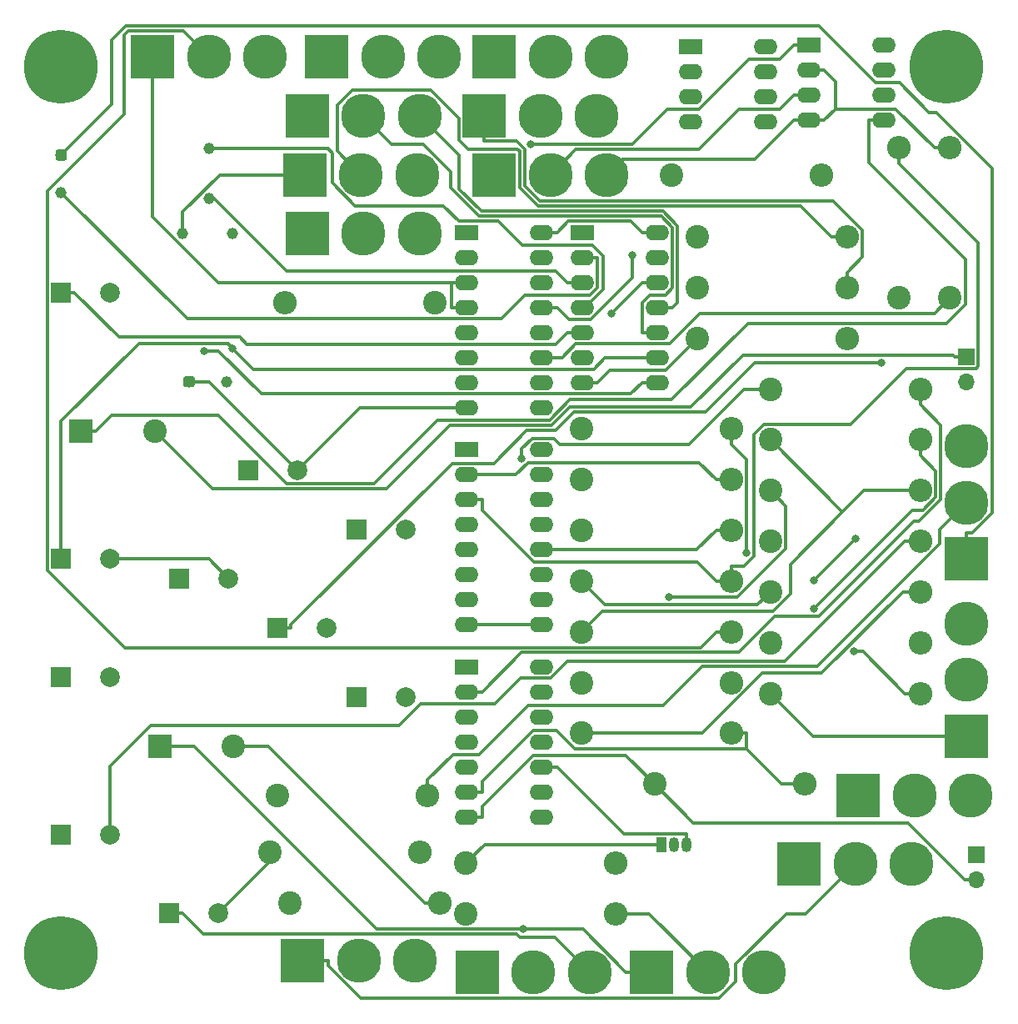
<source format=gbr>
G04 #@! TF.GenerationSoftware,KiCad,Pcbnew,(5.1.4)-1*
G04 #@! TF.CreationDate,2021-03-27T03:15:38-04:00*
G04 #@! TF.ProjectId,cmos rungler,636d6f73-2072-4756-9e67-6c65722e6b69,rev?*
G04 #@! TF.SameCoordinates,Original*
G04 #@! TF.FileFunction,Copper,L1,Top*
G04 #@! TF.FilePolarity,Positive*
%FSLAX46Y46*%
G04 Gerber Fmt 4.6, Leading zero omitted, Abs format (unit mm)*
G04 Created by KiCad (PCBNEW (5.1.4)-1) date 2021-03-27 03:15:38*
%MOMM*%
%LPD*%
G04 APERTURE LIST*
%ADD10C,7.500000*%
%ADD11O,2.400000X1.600000*%
%ADD12R,2.400000X1.600000*%
%ADD13C,1.150000*%
%ADD14C,0.100000*%
%ADD15C,4.500880*%
%ADD16R,4.500880X4.500880*%
%ADD17O,2.400000X2.400000*%
%ADD18C,2.400000*%
%ADD19R,1.050000X1.500000*%
%ADD20O,1.050000X1.500000*%
%ADD21O,1.700000X1.700000*%
%ADD22R,1.700000X1.700000*%
%ADD23C,2.000000*%
%ADD24R,2.000000X2.000000*%
%ADD25R,2.400000X2.400000*%
%ADD26C,0.800000*%
%ADD27C,0.300000*%
G04 APERTURE END LIST*
D10*
X102000000Y-138000000D03*
X192000000Y-138000000D03*
X192000000Y-48000000D03*
X102000000Y-48000000D03*
D11*
X185620000Y-45864800D03*
X178000000Y-53484800D03*
X185620000Y-48404800D03*
X178000000Y-50944800D03*
X185620000Y-50944800D03*
X178000000Y-48404800D03*
X185620000Y-53484800D03*
D12*
X178000000Y-45864800D03*
D13*
X102000000Y-60800000D03*
X117000000Y-61440000D03*
X117000000Y-56360000D03*
D14*
G36*
X102315680Y-56426384D02*
G01*
X102343588Y-56430524D01*
X102370957Y-56437380D01*
X102397521Y-56446885D01*
X102423027Y-56458948D01*
X102447226Y-56473452D01*
X102469888Y-56490259D01*
X102490793Y-56509207D01*
X102509741Y-56530112D01*
X102526548Y-56552774D01*
X102541052Y-56576973D01*
X102553115Y-56602479D01*
X102562620Y-56629043D01*
X102569476Y-56656412D01*
X102573616Y-56684320D01*
X102575000Y-56712500D01*
X102575000Y-57287500D01*
X102573616Y-57315680D01*
X102569476Y-57343588D01*
X102562620Y-57370957D01*
X102553115Y-57397521D01*
X102541052Y-57423027D01*
X102526548Y-57447226D01*
X102509741Y-57469888D01*
X102490793Y-57490793D01*
X102469888Y-57509741D01*
X102447226Y-57526548D01*
X102423027Y-57541052D01*
X102397521Y-57553115D01*
X102370957Y-57562620D01*
X102343588Y-57569476D01*
X102315680Y-57573616D01*
X102287500Y-57575000D01*
X101712500Y-57575000D01*
X101684320Y-57573616D01*
X101656412Y-57569476D01*
X101629043Y-57562620D01*
X101602479Y-57553115D01*
X101576973Y-57541052D01*
X101552774Y-57526548D01*
X101530112Y-57509741D01*
X101509207Y-57490793D01*
X101490259Y-57469888D01*
X101473452Y-57447226D01*
X101458948Y-57423027D01*
X101446885Y-57397521D01*
X101437380Y-57370957D01*
X101430524Y-57343588D01*
X101426384Y-57315680D01*
X101425000Y-57287500D01*
X101425000Y-56712500D01*
X101426384Y-56684320D01*
X101430524Y-56656412D01*
X101437380Y-56629043D01*
X101446885Y-56602479D01*
X101458948Y-56576973D01*
X101473452Y-56552774D01*
X101490259Y-56530112D01*
X101509207Y-56509207D01*
X101530112Y-56490259D01*
X101552774Y-56473452D01*
X101576973Y-56458948D01*
X101602479Y-56446885D01*
X101629043Y-56437380D01*
X101656412Y-56430524D01*
X101684320Y-56426384D01*
X101712500Y-56425000D01*
X102287500Y-56425000D01*
X102315680Y-56426384D01*
X102315680Y-56426384D01*
G37*
D13*
X102000000Y-57000000D03*
D11*
X162592000Y-64864800D03*
X154972000Y-80104800D03*
X162592000Y-67404800D03*
X154972000Y-77564800D03*
X162592000Y-69944800D03*
X154972000Y-75024800D03*
X162592000Y-72484800D03*
X154972000Y-72484800D03*
X162592000Y-75024800D03*
X154972000Y-69944800D03*
X162592000Y-77564800D03*
X154972000Y-67404800D03*
X162592000Y-80104800D03*
D12*
X154972000Y-64864800D03*
D13*
X118800000Y-80000000D03*
X119440000Y-65000000D03*
X114360000Y-65000000D03*
D14*
G36*
X115315680Y-79426384D02*
G01*
X115343588Y-79430524D01*
X115370957Y-79437380D01*
X115397521Y-79446885D01*
X115423027Y-79458948D01*
X115447226Y-79473452D01*
X115469888Y-79490259D01*
X115490793Y-79509207D01*
X115509741Y-79530112D01*
X115526548Y-79552774D01*
X115541052Y-79576973D01*
X115553115Y-79602479D01*
X115562620Y-79629043D01*
X115569476Y-79656412D01*
X115573616Y-79684320D01*
X115575000Y-79712500D01*
X115575000Y-80287500D01*
X115573616Y-80315680D01*
X115569476Y-80343588D01*
X115562620Y-80370957D01*
X115553115Y-80397521D01*
X115541052Y-80423027D01*
X115526548Y-80447226D01*
X115509741Y-80469888D01*
X115490793Y-80490793D01*
X115469888Y-80509741D01*
X115447226Y-80526548D01*
X115423027Y-80541052D01*
X115397521Y-80553115D01*
X115370957Y-80562620D01*
X115343588Y-80569476D01*
X115315680Y-80573616D01*
X115287500Y-80575000D01*
X114712500Y-80575000D01*
X114684320Y-80573616D01*
X114656412Y-80569476D01*
X114629043Y-80562620D01*
X114602479Y-80553115D01*
X114576973Y-80541052D01*
X114552774Y-80526548D01*
X114530112Y-80509741D01*
X114509207Y-80490793D01*
X114490259Y-80469888D01*
X114473452Y-80447226D01*
X114458948Y-80423027D01*
X114446885Y-80397521D01*
X114437380Y-80370957D01*
X114430524Y-80343588D01*
X114426384Y-80315680D01*
X114425000Y-80287500D01*
X114425000Y-79712500D01*
X114426384Y-79684320D01*
X114430524Y-79656412D01*
X114437380Y-79629043D01*
X114446885Y-79602479D01*
X114458948Y-79576973D01*
X114473452Y-79552774D01*
X114490259Y-79530112D01*
X114509207Y-79509207D01*
X114530112Y-79490259D01*
X114552774Y-79473452D01*
X114576973Y-79458948D01*
X114602479Y-79446885D01*
X114629043Y-79437380D01*
X114656412Y-79430524D01*
X114684320Y-79426384D01*
X114712500Y-79425000D01*
X115287500Y-79425000D01*
X115315680Y-79426384D01*
X115315680Y-79426384D01*
G37*
D13*
X115000000Y-80000000D03*
D11*
X150842000Y-64864800D03*
X143222000Y-82644800D03*
X150842000Y-67404800D03*
X143222000Y-80104800D03*
X150842000Y-69944800D03*
X143222000Y-77564800D03*
X150842000Y-72484800D03*
X143222000Y-75024800D03*
X150842000Y-75024800D03*
X143222000Y-72484800D03*
X150842000Y-77564800D03*
X143222000Y-69944800D03*
X150842000Y-80104800D03*
X143222000Y-67404800D03*
X150842000Y-82644800D03*
D12*
X143222000Y-64864800D03*
D11*
X150842000Y-86914800D03*
X143222000Y-104694800D03*
X150842000Y-89454800D03*
X143222000Y-102154800D03*
X150842000Y-91994800D03*
X143222000Y-99614800D03*
X150842000Y-94534800D03*
X143222000Y-97074800D03*
X150842000Y-97074800D03*
X143222000Y-94534800D03*
X150842000Y-99614800D03*
X143222000Y-91994800D03*
X150842000Y-102154800D03*
X143222000Y-89454800D03*
X150842000Y-104694800D03*
D12*
X143222000Y-86914800D03*
D11*
X173620000Y-46000000D03*
X166000000Y-53620000D03*
X173620000Y-48540000D03*
X166000000Y-51080000D03*
X173620000Y-51080000D03*
X166000000Y-48540000D03*
X173620000Y-53620000D03*
D12*
X166000000Y-46000000D03*
D11*
X150842000Y-108965000D03*
X143222000Y-124205000D03*
X150842000Y-111505000D03*
X143222000Y-121665000D03*
X150842000Y-114045000D03*
X143222000Y-119125000D03*
X150842000Y-116585000D03*
X143222000Y-116585000D03*
X150842000Y-119125000D03*
X143222000Y-114045000D03*
X150842000Y-121665000D03*
X143222000Y-111505000D03*
X150842000Y-124205000D03*
D12*
X143222000Y-108965000D03*
D15*
X138430000Y-65000000D03*
X132715000Y-65000000D03*
D16*
X127000000Y-65000000D03*
D15*
X156430000Y-53000000D03*
X150715000Y-53000000D03*
D16*
X145000000Y-53000000D03*
D15*
X194000000Y-104570000D03*
X194000000Y-110285000D03*
D16*
X194000000Y-116000000D03*
D15*
X157430000Y-47000000D03*
X151715000Y-47000000D03*
D16*
X146000000Y-47000000D03*
D15*
X157430000Y-59000000D03*
X151715000Y-59000000D03*
D16*
X146000000Y-59000000D03*
D15*
X173430000Y-140000000D03*
X167715000Y-140000000D03*
D16*
X162000000Y-140000000D03*
D15*
X194000000Y-86570000D03*
X194000000Y-92285000D03*
D16*
X194000000Y-98000000D03*
D15*
X138172000Y-59000000D03*
X132457000Y-59000000D03*
D16*
X126742000Y-59000000D03*
D15*
X137982000Y-138765000D03*
X132267000Y-138765000D03*
D16*
X126552000Y-138765000D03*
D15*
X194430000Y-122000000D03*
X188715000Y-122000000D03*
D16*
X183000000Y-122000000D03*
D15*
X122715000Y-47000000D03*
X117000000Y-47000000D03*
D16*
X111285000Y-47000000D03*
D15*
X140430000Y-47000000D03*
X134715000Y-47000000D03*
D16*
X129000000Y-47000000D03*
D15*
X188430000Y-129000000D03*
X182715000Y-129000000D03*
D16*
X177000000Y-129000000D03*
D15*
X155715000Y-140000000D03*
X150000000Y-140000000D03*
D16*
X144285000Y-140000000D03*
D15*
X138430000Y-53000000D03*
X132715000Y-53000000D03*
D16*
X127000000Y-53000000D03*
D17*
X124760000Y-72000000D03*
D18*
X140000000Y-72000000D03*
D17*
X189302000Y-111665000D03*
D18*
X174062000Y-111665000D03*
D17*
X189302000Y-96214800D03*
D18*
X174062000Y-96214800D03*
D17*
X189302000Y-91064800D03*
D18*
X174062000Y-91064800D03*
D17*
X170112000Y-110565000D03*
D18*
X154872000Y-110565000D03*
D17*
X158362000Y-134065000D03*
D18*
X143122000Y-134065000D03*
D17*
X139240000Y-122000000D03*
D18*
X124000000Y-122000000D03*
D17*
X170112000Y-105415000D03*
D18*
X154872000Y-105415000D03*
D17*
X181862000Y-65314800D03*
D18*
X166622000Y-65314800D03*
D17*
X189302000Y-85914800D03*
D18*
X174062000Y-85914800D03*
D17*
X179240000Y-59000000D03*
D18*
X164000000Y-59000000D03*
D17*
X189302000Y-106515000D03*
D18*
X174062000Y-106515000D03*
D17*
X140492000Y-132915000D03*
D18*
X125252000Y-132915000D03*
D17*
X177552000Y-120865000D03*
D18*
X162312000Y-120865000D03*
D17*
X138492000Y-127765000D03*
D18*
X123252000Y-127765000D03*
D17*
X189302000Y-101365000D03*
D18*
X174062000Y-101365000D03*
D17*
X170112000Y-115715000D03*
D18*
X154872000Y-115715000D03*
D17*
X170112000Y-100265000D03*
D18*
X154872000Y-100265000D03*
D17*
X170112000Y-95114800D03*
D18*
X154872000Y-95114800D03*
D17*
X170112000Y-89964800D03*
D18*
X154872000Y-89964800D03*
D17*
X192318000Y-56263800D03*
D18*
X192318000Y-71503800D03*
D17*
X189302000Y-80764800D03*
D18*
X174062000Y-80764800D03*
D17*
X181862000Y-75614800D03*
D18*
X166622000Y-75614800D03*
D17*
X187168000Y-56263800D03*
D18*
X187168000Y-71503800D03*
D17*
X158362000Y-128915000D03*
D18*
X143122000Y-128915000D03*
D17*
X170112000Y-84814800D03*
D18*
X154872000Y-84814800D03*
D17*
X181862000Y-70464800D03*
D18*
X166622000Y-70464800D03*
D19*
X163000000Y-127000000D03*
D20*
X165540000Y-127000000D03*
X164270000Y-127000000D03*
D21*
X194000000Y-80000000D03*
D22*
X194000000Y-77460000D03*
D21*
X195000000Y-130540000D03*
D22*
X195000000Y-128000000D03*
D23*
X107000000Y-98000000D03*
D24*
X102000000Y-98000000D03*
D23*
X107000000Y-71000000D03*
D24*
X102000000Y-71000000D03*
D23*
X126000000Y-89000000D03*
D24*
X121000000Y-89000000D03*
D23*
X118000000Y-134000000D03*
D24*
X113000000Y-134000000D03*
D23*
X137000000Y-95000000D03*
D24*
X132000000Y-95000000D03*
D23*
X107000000Y-126000000D03*
D24*
X102000000Y-126000000D03*
D23*
X129000000Y-105000000D03*
D24*
X124000000Y-105000000D03*
D23*
X107000000Y-110000000D03*
D24*
X102000000Y-110000000D03*
D23*
X137000000Y-112000000D03*
D24*
X132000000Y-112000000D03*
D18*
X111500000Y-85000000D03*
D25*
X104000000Y-85000000D03*
D23*
X119000000Y-100000000D03*
D24*
X114000000Y-100000000D03*
D18*
X119500000Y-117000000D03*
D25*
X112000000Y-117000000D03*
D26*
X148991300Y-135615400D03*
X185403600Y-78060100D03*
X119440000Y-76605200D03*
X182738300Y-95910800D03*
X178462900Y-100186200D03*
X171629900Y-97420700D03*
X148827700Y-87800300D03*
X178531600Y-103039700D03*
X157893900Y-73125100D03*
X163783100Y-101872800D03*
X182585800Y-107382400D03*
X149739900Y-55898900D03*
X116509800Y-76888100D03*
X160040900Y-67178800D03*
D27*
X140492000Y-132915000D02*
X138941700Y-132915000D01*
X119500000Y-117000000D02*
X123026700Y-117000000D01*
X123026700Y-117000000D02*
X138941700Y-132915000D01*
X148991300Y-135615400D02*
X134089100Y-135615400D01*
X134089100Y-135615400D02*
X115473700Y-117000000D01*
X115473700Y-117000000D02*
X112000000Y-117000000D01*
X159399300Y-140000000D02*
X155014700Y-135615400D01*
X155014700Y-135615400D02*
X148991300Y-135615400D01*
X162000000Y-140000000D02*
X159399300Y-140000000D01*
X178000000Y-53484800D02*
X176449700Y-53484800D01*
X157430000Y-59000000D02*
X159014000Y-57416000D01*
X159014000Y-57416000D02*
X172518500Y-57416000D01*
X172518500Y-57416000D02*
X176449700Y-53484800D01*
X150842000Y-119125000D02*
X152392300Y-119125000D01*
X165540000Y-127000000D02*
X165540000Y-125899700D01*
X152392300Y-119125000D02*
X159167000Y-125899700D01*
X159167000Y-125899700D02*
X165540000Y-125899700D01*
X180716600Y-52318500D02*
X186822400Y-52318500D01*
X186822400Y-52318500D02*
X190767700Y-56263800D01*
X179550300Y-53484800D02*
X180716600Y-52318500D01*
X180716600Y-52318500D02*
X180716600Y-49571100D01*
X180716600Y-49571100D02*
X179550300Y-48404800D01*
X178000000Y-48404800D02*
X179550300Y-48404800D01*
X192318000Y-56263800D02*
X190767700Y-56263800D01*
X178000000Y-53484800D02*
X179550300Y-53484800D01*
X143222000Y-82644800D02*
X132355200Y-82644800D01*
X132355200Y-82644800D02*
X126000000Y-89000000D01*
X126000000Y-89000000D02*
X117000000Y-80000000D01*
X117000000Y-80000000D02*
X115000000Y-80000000D01*
X156522300Y-80104800D02*
X157792300Y-78834800D01*
X157792300Y-78834800D02*
X163402000Y-78834800D01*
X163402000Y-78834800D02*
X166622000Y-75614800D01*
X174062000Y-111665000D02*
X178397000Y-116000000D01*
X178397000Y-116000000D02*
X194000000Y-116000000D01*
X118000000Y-134000000D02*
X123252000Y-128748000D01*
X123252000Y-128748000D02*
X123252000Y-127765000D01*
X154972000Y-80104800D02*
X156522300Y-80104800D01*
X150842000Y-104694800D02*
X143222000Y-104694800D01*
X119000000Y-100000000D02*
X117000000Y-98000000D01*
X117000000Y-98000000D02*
X107000000Y-98000000D01*
X164142300Y-72484800D02*
X164642600Y-71984500D01*
X164642600Y-71984500D02*
X164642600Y-64165700D01*
X164642600Y-64165700D02*
X163190600Y-62713700D01*
X163190600Y-62713700D02*
X144712200Y-62713700D01*
X144712200Y-62713700D02*
X142471900Y-60473400D01*
X142471900Y-60473400D02*
X142471900Y-57041900D01*
X142471900Y-57041900D02*
X138430000Y-53000000D01*
X162592000Y-72484800D02*
X164142300Y-72484800D01*
X194000000Y-77460000D02*
X192799700Y-77460000D01*
X111500000Y-85000000D02*
X117374500Y-90874500D01*
X117374500Y-90874500D02*
X135106800Y-90874500D01*
X135106800Y-90874500D02*
X141545400Y-84435900D01*
X141545400Y-84435900D02*
X151832200Y-84435900D01*
X151832200Y-84435900D02*
X153685200Y-82582900D01*
X153685200Y-82582900D02*
X166002800Y-82582900D01*
X166002800Y-82582900D02*
X171276000Y-77309700D01*
X171276000Y-77309700D02*
X192649400Y-77309700D01*
X192649400Y-77309700D02*
X192799700Y-77460000D01*
X185620000Y-53484800D02*
X184069700Y-53484800D01*
X104000000Y-85000000D02*
X105550300Y-85000000D01*
X105550300Y-85000000D02*
X107123500Y-83426800D01*
X107123500Y-83426800D02*
X117992800Y-83426800D01*
X117992800Y-83426800D02*
X124917200Y-90351200D01*
X124917200Y-90351200D02*
X133821600Y-90351200D01*
X133821600Y-90351200D02*
X140237200Y-83935600D01*
X140237200Y-83935600D02*
X151624800Y-83935600D01*
X151624800Y-83935600D02*
X153727900Y-81832500D01*
X153727900Y-81832500D02*
X164030700Y-81832500D01*
X164030700Y-81832500D02*
X171798800Y-74064400D01*
X171798800Y-74064400D02*
X191981700Y-74064400D01*
X191981700Y-74064400D02*
X193904800Y-72141300D01*
X193904800Y-72141300D02*
X193904800Y-67564900D01*
X193904800Y-67564900D02*
X184069700Y-57729800D01*
X184069700Y-57729800D02*
X184069700Y-53484800D01*
X185403600Y-78060100D02*
X172502800Y-78060100D01*
X172502800Y-78060100D02*
X167479600Y-83083300D01*
X167479600Y-83083300D02*
X154141900Y-83083300D01*
X154141900Y-83083300D02*
X152288900Y-84936300D01*
X152288900Y-84936300D02*
X149334500Y-84936300D01*
X149334500Y-84936300D02*
X145966400Y-88304400D01*
X145966400Y-88304400D02*
X141743900Y-88304400D01*
X141743900Y-88304400D02*
X125350300Y-104698000D01*
X125350300Y-104698000D02*
X125350300Y-105000000D01*
X124000000Y-105000000D02*
X125350300Y-105000000D01*
X189302000Y-96214800D02*
X187751700Y-96214800D01*
X107000000Y-126000000D02*
X107000000Y-119044900D01*
X107000000Y-119044900D02*
X111151900Y-114893000D01*
X111151900Y-114893000D02*
X136352000Y-114893000D01*
X136352000Y-114893000D02*
X138531400Y-112713600D01*
X138531400Y-112713600D02*
X146103700Y-112713600D01*
X146103700Y-112713600D02*
X148698000Y-110119300D01*
X148698000Y-110119300D02*
X151785100Y-110119300D01*
X151785100Y-110119300D02*
X153477400Y-108427000D01*
X153477400Y-108427000D02*
X175539500Y-108427000D01*
X175539500Y-108427000D02*
X187751700Y-96214800D01*
X114350300Y-134000000D02*
X116466100Y-136115800D01*
X116466100Y-136115800D02*
X148303500Y-136115800D01*
X148303500Y-136115800D02*
X148616900Y-136429200D01*
X148616900Y-136429200D02*
X152144200Y-136429200D01*
X152144200Y-136429200D02*
X155715000Y-140000000D01*
X113000000Y-134000000D02*
X114350300Y-134000000D01*
X153421700Y-69944800D02*
X152271200Y-68794300D01*
X152271200Y-68794300D02*
X124909400Y-68794300D01*
X124909400Y-68794300D02*
X117555100Y-61440000D01*
X117555100Y-61440000D02*
X117000000Y-61440000D01*
X154972000Y-69944800D02*
X153421700Y-69944800D01*
X153421700Y-75024800D02*
X152229200Y-76217300D01*
X152229200Y-76217300D02*
X120853700Y-76217300D01*
X120853700Y-76217300D02*
X120137600Y-75501200D01*
X120137600Y-75501200D02*
X107851500Y-75501200D01*
X107851500Y-75501200D02*
X103350300Y-71000000D01*
X154972000Y-75024800D02*
X153421700Y-75024800D01*
X102000000Y-71000000D02*
X103350300Y-71000000D01*
X102000000Y-98000000D02*
X102000000Y-84034800D01*
X102000000Y-84034800D02*
X109922000Y-76112800D01*
X109922000Y-76112800D02*
X118947600Y-76112800D01*
X118947600Y-76112800D02*
X119440000Y-76605200D01*
X162592000Y-77564800D02*
X157292000Y-77564800D01*
X157292000Y-77564800D02*
X156134900Y-78721900D01*
X156134900Y-78721900D02*
X121556700Y-78721900D01*
X121556700Y-78721900D02*
X119440000Y-76605200D01*
X144772300Y-124205000D02*
X144772300Y-123129000D01*
X144772300Y-123129000D02*
X149979300Y-117922000D01*
X149979300Y-117922000D02*
X159369000Y-117922000D01*
X159369000Y-117922000D02*
X162312000Y-120865000D01*
X143222000Y-124205000D02*
X144772300Y-124205000D01*
X193799700Y-130540000D02*
X188077100Y-124817400D01*
X188077100Y-124817400D02*
X166264400Y-124817400D01*
X166264400Y-124817400D02*
X162312000Y-120865000D01*
X195000000Y-130540000D02*
X193799700Y-130540000D01*
X182738300Y-95910800D02*
X178462900Y-100186200D01*
X163000000Y-127000000D02*
X145037000Y-127000000D01*
X145037000Y-127000000D02*
X143122000Y-128915000D01*
X171629900Y-97420700D02*
X171679300Y-97371300D01*
X171679300Y-97371300D02*
X171679300Y-87932400D01*
X171679300Y-87932400D02*
X170112000Y-86365100D01*
X170112000Y-84814800D02*
X170112000Y-86365100D01*
X181862000Y-68914500D02*
X183415900Y-67360600D01*
X183415900Y-67360600D02*
X183415900Y-64648800D01*
X183415900Y-64648800D02*
X180415800Y-61648700D01*
X180415800Y-61648700D02*
X150642500Y-61648700D01*
X150642500Y-61648700D02*
X149101000Y-60107200D01*
X149101000Y-60107200D02*
X149101000Y-56397300D01*
X149101000Y-56397300D02*
X148304400Y-55600700D01*
X148304400Y-55600700D02*
X145000000Y-55600700D01*
X145000000Y-53000000D02*
X145000000Y-55600700D01*
X181862000Y-70464800D02*
X181862000Y-68914500D01*
X170112000Y-98714700D02*
X171397000Y-98714700D01*
X171397000Y-98714700D02*
X172394200Y-97717500D01*
X172394200Y-97717500D02*
X172394200Y-85334100D01*
X172394200Y-85334100D02*
X173396800Y-84331500D01*
X173396800Y-84331500D02*
X182230600Y-84331500D01*
X182230600Y-84331500D02*
X187901800Y-78660300D01*
X187901800Y-78660300D02*
X195008200Y-78660300D01*
X195008200Y-78660300D02*
X195219400Y-78449100D01*
X195219400Y-78449100D02*
X195219400Y-65865500D01*
X195219400Y-65865500D02*
X187168000Y-57814100D01*
X170112000Y-100265000D02*
X170112000Y-98714700D01*
X187168000Y-56263800D02*
X187168000Y-57814100D01*
X143222000Y-91994800D02*
X144772300Y-91994800D01*
X170112000Y-100265000D02*
X168561700Y-100265000D01*
X168561700Y-100265000D02*
X166641500Y-98344800D01*
X166641500Y-98344800D02*
X150046300Y-98344800D01*
X150046300Y-98344800D02*
X144772300Y-93070800D01*
X144772300Y-93070800D02*
X144772300Y-91994800D01*
X143222000Y-111505000D02*
X144772300Y-111505000D01*
X189302000Y-80764800D02*
X189302000Y-82315100D01*
X189302000Y-82315100D02*
X191399200Y-84412300D01*
X191399200Y-84412300D02*
X191399200Y-91954100D01*
X191399200Y-91954100D02*
X189191000Y-94162300D01*
X189191000Y-94162300D02*
X188692900Y-94162300D01*
X188692900Y-94162300D02*
X179038000Y-103817200D01*
X179038000Y-103817200D02*
X174555800Y-103817200D01*
X174555800Y-103817200D02*
X170865700Y-107507300D01*
X170865700Y-107507300D02*
X148770000Y-107507300D01*
X148770000Y-107507300D02*
X144772300Y-111505000D01*
X174062000Y-80764800D02*
X171380500Y-80764800D01*
X171380500Y-80764800D02*
X165780100Y-86365200D01*
X165780100Y-86365200D02*
X152717200Y-86365200D01*
X152717200Y-86365200D02*
X152101200Y-85749200D01*
X152101200Y-85749200D02*
X149916700Y-85749200D01*
X149916700Y-85749200D02*
X148827700Y-86838200D01*
X148827700Y-86838200D02*
X148827700Y-87800300D01*
X150842000Y-77564800D02*
X152894300Y-77564800D01*
X152894300Y-77564800D02*
X154283900Y-76175200D01*
X154283900Y-76175200D02*
X163817600Y-76175200D01*
X163817600Y-76175200D02*
X166920500Y-73072300D01*
X166920500Y-73072300D02*
X190749500Y-73072300D01*
X190749500Y-73072300D02*
X192318000Y-71503800D01*
X144772300Y-89454800D02*
X148234300Y-89454800D01*
X148234300Y-89454800D02*
X149424800Y-88264300D01*
X149424800Y-88264300D02*
X166861200Y-88264300D01*
X166861200Y-88264300D02*
X168561700Y-89964800D01*
X143222000Y-89454800D02*
X144772300Y-89454800D01*
X170112000Y-89964800D02*
X168561700Y-89964800D01*
X171662300Y-117287300D02*
X175240000Y-120865000D01*
X175240000Y-120865000D02*
X176001700Y-120865000D01*
X171662300Y-115715000D02*
X171662300Y-117287300D01*
X171662300Y-117287300D02*
X154240300Y-117287300D01*
X154240300Y-117287300D02*
X152377200Y-115424200D01*
X152377200Y-115424200D02*
X149937100Y-115424200D01*
X149937100Y-115424200D02*
X144772300Y-120589000D01*
X144772300Y-120589000D02*
X144772300Y-121665000D01*
X143222000Y-121665000D02*
X144772300Y-121665000D01*
X177552000Y-120865000D02*
X176001700Y-120865000D01*
X170112000Y-115715000D02*
X171662300Y-115715000D01*
X170112000Y-95114800D02*
X168561700Y-95114800D01*
X168561700Y-95114800D02*
X166601700Y-97074800D01*
X166601700Y-97074800D02*
X150842000Y-97074800D01*
X187751700Y-101365000D02*
X187538700Y-101365000D01*
X187538700Y-101365000D02*
X179300900Y-109602800D01*
X179300900Y-109602800D02*
X173272100Y-109602800D01*
X173272100Y-109602800D02*
X167159900Y-115715000D01*
X167159900Y-115715000D02*
X154872000Y-115715000D01*
X189302000Y-101365000D02*
X187751700Y-101365000D01*
X154872000Y-100265000D02*
X157252000Y-102645000D01*
X157252000Y-102645000D02*
X172782000Y-102645000D01*
X172782000Y-102645000D02*
X174062000Y-101365000D01*
X162592000Y-75024800D02*
X161041700Y-75024800D01*
X161041700Y-75024800D02*
X161041700Y-71995400D01*
X161041700Y-71995400D02*
X161822300Y-71214800D01*
X161822300Y-71214800D02*
X163417300Y-71214800D01*
X163417300Y-71214800D02*
X164142300Y-70489800D01*
X164142300Y-70489800D02*
X164142300Y-64372900D01*
X164142300Y-64372900D02*
X162983400Y-63214000D01*
X162983400Y-63214000D02*
X144499000Y-63214000D01*
X144499000Y-63214000D02*
X141549200Y-60264200D01*
X141549200Y-60264200D02*
X141549200Y-58655000D01*
X141549200Y-58655000D02*
X138765200Y-55871000D01*
X138765200Y-55871000D02*
X135586000Y-55871000D01*
X135586000Y-55871000D02*
X132715000Y-53000000D01*
X181419700Y-93272400D02*
X183627300Y-91064800D01*
X183627300Y-91064800D02*
X187751700Y-91064800D01*
X154872000Y-105415000D02*
X156970200Y-103316800D01*
X156970200Y-103316800D02*
X174337300Y-103316800D01*
X174337300Y-103316800D02*
X176116100Y-101538000D01*
X176116100Y-101538000D02*
X176116100Y-98576000D01*
X176116100Y-98576000D02*
X181419700Y-93272400D01*
X174062000Y-85914800D02*
X181419700Y-93272400D01*
X189302000Y-91064800D02*
X187751700Y-91064800D01*
X189302000Y-85914800D02*
X189302000Y-87465100D01*
X189302000Y-87465100D02*
X190898800Y-89061900D01*
X190898800Y-89061900D02*
X190898800Y-91746800D01*
X190898800Y-91746800D02*
X189594100Y-93051500D01*
X189594100Y-93051500D02*
X188519800Y-93051500D01*
X188519800Y-93051500D02*
X178531600Y-103039700D01*
X180311700Y-65314800D02*
X177188800Y-62191900D01*
X177188800Y-62191900D02*
X150445000Y-62191900D01*
X150445000Y-62191900D02*
X148600700Y-60347600D01*
X148600700Y-60347600D02*
X148600700Y-56604500D01*
X148600700Y-56604500D02*
X148395500Y-56399300D01*
X148395500Y-56399300D02*
X143340400Y-56399300D01*
X143340400Y-56399300D02*
X142399200Y-55458100D01*
X142399200Y-55458100D02*
X142399200Y-53246800D01*
X142399200Y-53246800D02*
X139535800Y-50383400D01*
X139535800Y-50383400D02*
X131610000Y-50383400D01*
X131610000Y-50383400D02*
X130071100Y-51922300D01*
X130071100Y-51922300D02*
X130071100Y-56614100D01*
X130071100Y-56614100D02*
X132457000Y-59000000D01*
X181862000Y-65314800D02*
X180311700Y-65314800D01*
X168561700Y-105415000D02*
X166969800Y-107006900D01*
X166969800Y-107006900D02*
X108463700Y-107006900D01*
X108463700Y-107006900D02*
X100649600Y-99192800D01*
X100649600Y-99192800D02*
X100649600Y-60618200D01*
X100649600Y-60618200D02*
X108392900Y-52874900D01*
X108392900Y-52874900D02*
X108392900Y-44835500D01*
X108392900Y-44835500D02*
X108829200Y-44399200D01*
X108829200Y-44399200D02*
X114399200Y-44399200D01*
X114399200Y-44399200D02*
X117000000Y-47000000D01*
X170112000Y-105415000D02*
X168561700Y-105415000D01*
X139240000Y-122000000D02*
X139240000Y-120449700D01*
X139240000Y-120449700D02*
X141834700Y-117855000D01*
X141834700Y-117855000D02*
X144496900Y-117855000D01*
X144496900Y-117855000D02*
X149485600Y-112866300D01*
X149485600Y-112866300D02*
X163194400Y-112866300D01*
X163194400Y-112866300D02*
X167133300Y-108927400D01*
X167133300Y-108927400D02*
X178861500Y-108927400D01*
X178861500Y-108927400D02*
X191302800Y-96486100D01*
X191302800Y-96486100D02*
X191302800Y-94982200D01*
X191302800Y-94982200D02*
X194000000Y-92285000D01*
X158362000Y-134065000D02*
X161780000Y-134065000D01*
X161780000Y-134065000D02*
X167715000Y-140000000D01*
X161041700Y-69944800D02*
X161041700Y-69977300D01*
X161041700Y-69977300D02*
X157893900Y-73125100D01*
X162592000Y-69944800D02*
X161041700Y-69944800D01*
X174062000Y-91064800D02*
X175615700Y-92618500D01*
X175615700Y-92618500D02*
X175615700Y-96954000D01*
X175615700Y-96954000D02*
X170696900Y-101872800D01*
X170696900Y-101872800D02*
X163783100Y-101872800D01*
X189302000Y-111665000D02*
X187751700Y-111665000D01*
X187751700Y-111665000D02*
X183469100Y-107382400D01*
X183469100Y-107382400D02*
X182585800Y-107382400D01*
X176449700Y-45864800D02*
X175060100Y-47254400D01*
X175060100Y-47254400D02*
X171885100Y-47254400D01*
X171885100Y-47254400D02*
X166789500Y-52350000D01*
X166789500Y-52350000D02*
X163569900Y-52350000D01*
X163569900Y-52350000D02*
X160021000Y-55898900D01*
X160021000Y-55898900D02*
X149739900Y-55898900D01*
X178000000Y-45864800D02*
X176449700Y-45864800D01*
X154972000Y-67404800D02*
X156522300Y-67404800D01*
X102000000Y-60800000D02*
X114835200Y-73635200D01*
X114835200Y-73635200D02*
X146736500Y-73635200D01*
X146736500Y-73635200D02*
X149156900Y-71214800D01*
X149156900Y-71214800D02*
X155748700Y-71214800D01*
X155748700Y-71214800D02*
X156522300Y-70441200D01*
X156522300Y-70441200D02*
X156522300Y-67404800D01*
X126552000Y-138765000D02*
X129152700Y-138765000D01*
X182715000Y-129000000D02*
X177649800Y-134065200D01*
X177649800Y-134065200D02*
X175672700Y-134065200D01*
X175672700Y-134065200D02*
X170572500Y-139165400D01*
X170572500Y-139165400D02*
X170572500Y-140883200D01*
X170572500Y-140883200D02*
X168854900Y-142600800D01*
X168854900Y-142600800D02*
X132419600Y-142600800D01*
X132419600Y-142600800D02*
X129152700Y-139333900D01*
X129152700Y-139333900D02*
X129152700Y-138765000D01*
X141671700Y-69944800D02*
X143222000Y-69944800D01*
X111285000Y-47000000D02*
X111285000Y-63245100D01*
X111285000Y-63245100D02*
X117984700Y-69944800D01*
X117984700Y-69944800D02*
X141671700Y-69944800D01*
X141671700Y-69944800D02*
X141671700Y-72484800D01*
X143222000Y-72484800D02*
X141671700Y-72484800D01*
X154972000Y-72484800D02*
X155226300Y-72484800D01*
X155226300Y-72484800D02*
X157050900Y-70660200D01*
X157050900Y-70660200D02*
X157050900Y-67211700D01*
X157050900Y-67211700D02*
X155974000Y-66134800D01*
X155974000Y-66134800D02*
X148874900Y-66134800D01*
X148874900Y-66134800D02*
X146454500Y-63714400D01*
X146454500Y-63714400D02*
X142407500Y-63714400D01*
X142407500Y-63714400D02*
X140822100Y-62129000D01*
X140822100Y-62129000D02*
X131895000Y-62129000D01*
X131895000Y-62129000D02*
X129570700Y-59804700D01*
X129570700Y-59804700D02*
X129570700Y-56824900D01*
X129570700Y-56824900D02*
X129105800Y-56360000D01*
X129105800Y-56360000D02*
X117000000Y-56360000D01*
X162592000Y-80104800D02*
X161041700Y-80104800D01*
X116509800Y-76888100D02*
X117995300Y-76888100D01*
X117995300Y-76888100D02*
X122362500Y-81255300D01*
X122362500Y-81255300D02*
X159891200Y-81255300D01*
X159891200Y-81255300D02*
X161041700Y-80104800D01*
X114360000Y-65000000D02*
X114360000Y-62765800D01*
X114360000Y-62765800D02*
X118125800Y-59000000D01*
X118125800Y-59000000D02*
X126742000Y-59000000D01*
X194000000Y-98000000D02*
X194000000Y-95399300D01*
X194000000Y-95399300D02*
X194568900Y-95399300D01*
X194568900Y-95399300D02*
X196639600Y-93328600D01*
X196639600Y-93328600D02*
X196639600Y-58363400D01*
X196639600Y-58363400D02*
X190930100Y-52653900D01*
X190930100Y-52653900D02*
X190187200Y-52653900D01*
X190187200Y-52653900D02*
X187208100Y-49674800D01*
X187208100Y-49674800D02*
X184799000Y-49674800D01*
X184799000Y-49674800D02*
X179020600Y-43896400D01*
X179020600Y-43896400D02*
X108601800Y-43896400D01*
X108601800Y-43896400D02*
X107173500Y-45324700D01*
X107173500Y-45324700D02*
X107173500Y-51826500D01*
X107173500Y-51826500D02*
X102000000Y-57000000D01*
X178000000Y-50944800D02*
X176449700Y-50944800D01*
X151715000Y-59000000D02*
X154315700Y-56399300D01*
X154315700Y-56399300D02*
X166809200Y-56399300D01*
X166809200Y-56399300D02*
X170874100Y-52334400D01*
X170874100Y-52334400D02*
X175060100Y-52334400D01*
X175060100Y-52334400D02*
X176449700Y-50944800D01*
X152392300Y-72484800D02*
X153582800Y-73675300D01*
X153582800Y-73675300D02*
X155808500Y-73675300D01*
X155808500Y-73675300D02*
X160040900Y-69442900D01*
X160040900Y-69442900D02*
X160040900Y-67178800D01*
X150842000Y-72484800D02*
X152392300Y-72484800D01*
X150842000Y-64864800D02*
X152392300Y-64864800D01*
X162592000Y-64864800D02*
X161041700Y-64864800D01*
X161041700Y-64864800D02*
X159891400Y-63714500D01*
X159891400Y-63714500D02*
X153542600Y-63714500D01*
X153542600Y-63714500D02*
X152392300Y-64864800D01*
M02*

</source>
